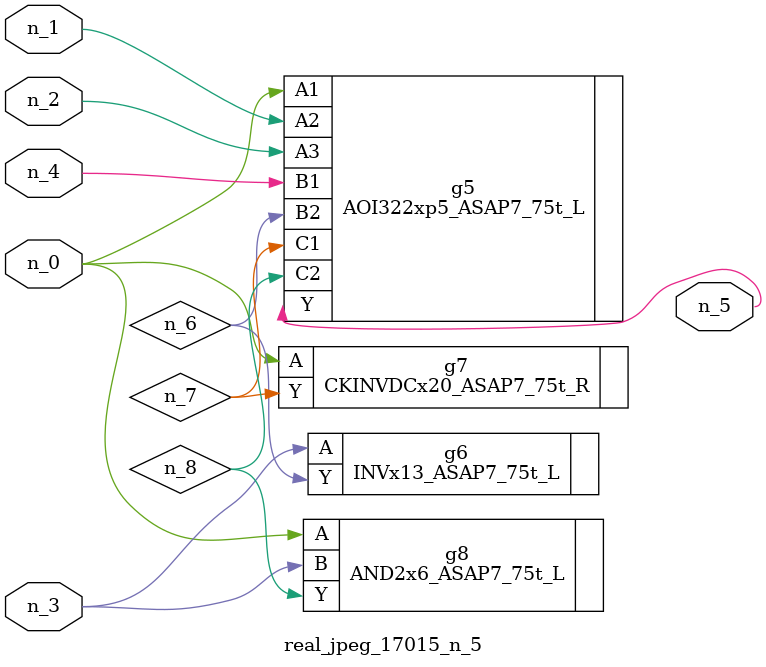
<source format=v>
module real_jpeg_17015_n_5 (n_4, n_0, n_1, n_2, n_3, n_5);

input n_4;
input n_0;
input n_1;
input n_2;
input n_3;

output n_5;

wire n_8;
wire n_6;
wire n_7;

AOI322xp5_ASAP7_75t_L g5 ( 
.A1(n_0),
.A2(n_1),
.A3(n_2),
.B1(n_4),
.B2(n_6),
.C1(n_7),
.C2(n_8),
.Y(n_5)
);

CKINVDCx20_ASAP7_75t_R g7 ( 
.A(n_0),
.Y(n_7)
);

AND2x6_ASAP7_75t_L g8 ( 
.A(n_0),
.B(n_3),
.Y(n_8)
);

INVx13_ASAP7_75t_L g6 ( 
.A(n_3),
.Y(n_6)
);


endmodule
</source>
